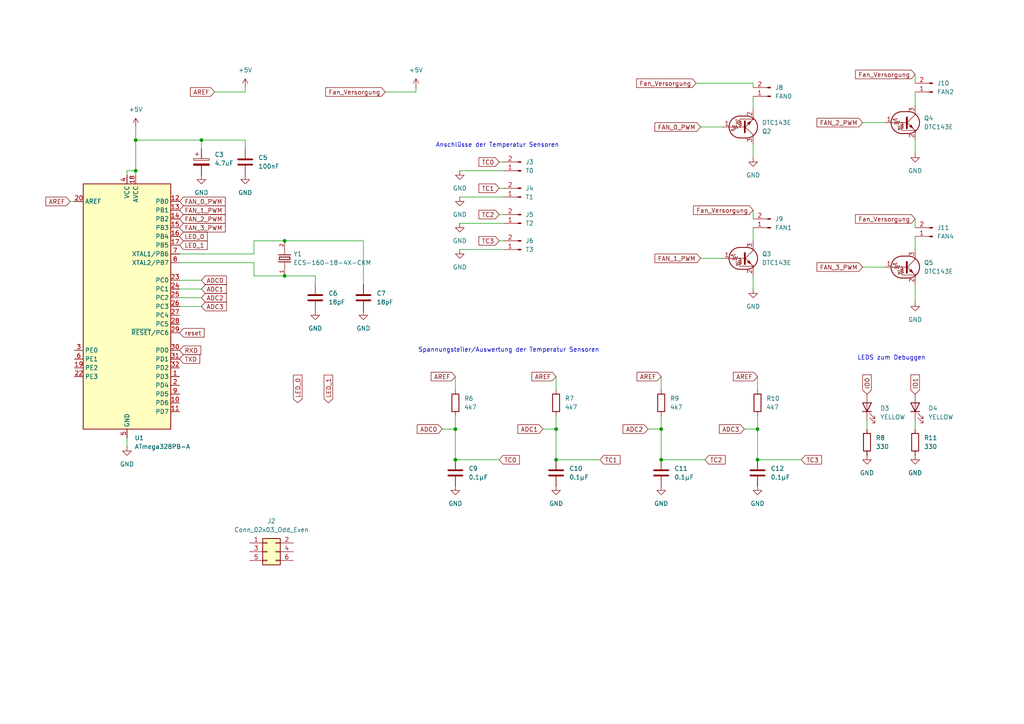
<source format=kicad_sch>
(kicad_sch (version 20231120) (generator "eeschema") (generator_version "8.0")
  (paper "A4")
  (lib_symbols
    (symbol "Connector:Conn_01x02_Male" (pin_names (offset 1.016) hide)
      (property "Reference" "J" (at 0 2.54 0))
      (property "Value" "Conn_01x02_Male" (at 0 -5.08 0))
      (symbol "Conn_01x02_Male_1_1"
        (polyline (pts (xy 1.27 -2.54) (xy 0.8636 -2.54)) (stroke (width 0.1524)))
        (polyline (pts (xy 1.27 0) (xy 0.8636 0)) (stroke (width 0.1524)))
        (rectangle (start 0.8636 -2.413) (end 0 -2.667) (stroke (width 0.1524)) (fill (type outline)))
        (rectangle (start 0.8636 0.127) (end 0 -0.127) (stroke (width 0.1524)) (fill (type outline)))
        (pin passive line (at 5.08 0 180) (length 3.81) (name "Pin_1") (number "1"))
        (pin passive line (at 5.08 -2.54 180) (length 3.81) (name "Pin_2") (number "2"))
      )
    )
    (symbol "Connector_Generic:Conn_02x03_Odd_Even" (pin_names (offset 1.016) hide)
      (property "Reference" "J" (at 1.27 5.08 0))
      (property "Value" "Conn_02x03_Odd_Even" (at 1.27 -5.08 0))
      (symbol "Conn_02x03_Odd_Even_1_1"
        (rectangle (start -1.27 -2.413) (end 0 -2.667) (stroke (width 0.1524)))
        (rectangle (start -1.27 0.127) (end 0 -0.127) (stroke (width 0.1524)))
        (rectangle (start -1.27 2.667) (end 0 2.413) (stroke (width 0.1524)))
        (rectangle (start -1.27 3.81) (end 3.81 -3.81) (stroke (width 0.254)) (fill (type background)))
        (rectangle (start 3.81 -2.413) (end 2.54 -2.667) (stroke (width 0.1524)))
        (rectangle (start 3.81 0.127) (end 2.54 -0.127) (stroke (width 0.1524)))
        (rectangle (start 3.81 2.667) (end 2.54 2.413) (stroke (width 0.1524)))
        (pin passive line (at -5.08 2.54 0) (length 3.81) (name "Pin_1") (number "1"))
        (pin passive line (at 7.62 2.54 180) (length 3.81) (name "Pin_2") (number "2"))
        (pin passive line (at -5.08 0 0) (length 3.81) (name "Pin_3") (number "3"))
        (pin passive line (at 7.62 0 180) (length 3.81) (name "Pin_4") (number "4"))
        (pin passive line (at -5.08 -2.54 0) (length 3.81) (name "Pin_5") (number "5"))
        (pin passive line (at 7.62 -2.54 180) (length 3.81) (name "Pin_6") (number "6"))
      )
    )
    (symbol "Device:C" (pin_numbers hide) (pin_names (offset 0.254))
      (property "Reference" "C" (at 0.635 2.54 0))
      (property "Value" "C" (at 0.635 -2.54 0))
      (symbol "C_0_1"
        (polyline (pts (xy -2.032 -0.762) (xy 2.032 -0.762)) (stroke (width 0.508)))
        (polyline (pts (xy -2.032 0.762) (xy 2.032 0.762)) (stroke (width 0.508)))
      )
      (symbol "C_1_1"
        (pin passive line (at 0 3.81 270) (length 2.794) (name "~") (number "1"))
        (pin passive line (at 0 -3.81 90) (length 2.794) (name "~") (number "2"))
      )
    )
    (symbol "Device:C_Polarized" (pin_numbers hide) (pin_names (offset 0.254))
      (property "Reference" "C" (at 0.635 2.54 0))
      (property "Value" "C_Polarized" (at 0.635 -2.54 0))
      (symbol "C_Polarized_0_1"
        (rectangle (start -2.286 0.508) (end 2.286 1.016))
        (polyline (pts (xy -1.778 2.286) (xy -0.762 2.286)))
        (polyline (pts (xy -1.27 2.794) (xy -1.27 1.778)))
        (rectangle (start 2.286 -0.508) (end -2.286 -1.016) (fill (type outline)))
      )
      (symbol "C_Polarized_1_1"
        (pin passive line (at 0 3.81 270) (length 2.794) (name "~") (number "1"))
        (pin passive line (at 0 -3.81 90) (length 2.794) (name "~") (number "2"))
      )
    )
    (symbol "Device:LED" (pin_numbers hide) (pin_names (offset 1.016) hide)
      (property "Reference" "D" (at 0 2.54 0))
      (property "Value" "LED" (at 0 -2.54 0))
      (symbol "LED_0_1"
        (polyline (pts (xy -1.27 -1.27) (xy -1.27 1.27)) (stroke (width 0.254)))
        (polyline (pts (xy -1.27 0) (xy 1.27 0)))
        (polyline (pts (xy 1.27 -1.27) (xy 1.27 1.27) (xy -1.27 0) (xy 1.27 -1.27)) (stroke (width 0.254)))
        (polyline (pts (xy -3.048 -0.762) (xy -4.572 -2.286) (xy -3.81 -2.286) (xy -4.572 -2.286) (xy -4.572 -1.524)))
        (polyline (pts (xy -1.778 -0.762) (xy -3.302 -2.286) (xy -2.54 -2.286) (xy -3.302 -2.286) (xy -3.302 -1.524)))
      )
      (symbol "LED_1_1"
        (pin passive line (at -3.81 0 0) (length 2.54) (name "K") (number "1"))
        (pin passive line (at 3.81 0 180) (length 2.54) (name "A") (number "2"))
      )
    )
    (symbol "Device:R" (pin_numbers hide) (pin_names (offset 0))
      (property "Reference" "R" (at 2.032 0 90))
      (property "Value" "R" (at 0 0 90))
      (symbol "R_0_1"
        (rectangle (start -1.016 -2.54) (end 1.016 2.54) (stroke (width 0.254)))
      )
      (symbol "R_1_1"
        (pin passive line (at 0 3.81 270) (length 1.27) (name "~") (number "1"))
        (pin passive line (at 0 -3.81 90) (length 1.27) (name "~") (number "2"))
      )
    )
    (symbol "MCU_Microchip_ATmega:ATmega328PB-A"
      (property "Reference" "U" (at -12.7 36.83 0))
      (property "Value" "ATmega328PB-A" (at 2.54 -36.83 0))
      (symbol "ATmega328PB-A_0_1"
        (rectangle (start -12.7 -35.56) (end 12.7 35.56) (stroke (width 0.254)) (fill (type background)))
      )
      (symbol "ATmega328PB-A_1_1"
        (pin bidirectional line (at 15.24 -20.32 180) (length 2.54) (name "PD3") (number "1"))
        (pin bidirectional line (at 15.24 -27.94 180) (length 2.54) (name "PD6") (number "10"))
        (pin bidirectional line (at 15.24 -30.48 180) (length 2.54) (name "PD7") (number "11"))
        (pin bidirectional line (at 15.24 30.48 180) (length 2.54) (name "PB0") (number "12"))
        (pin bidirectional line (at 15.24 27.94 180) (length 2.54) (name "PB1") (number "13"))
        (pin bidirectional line (at 15.24 25.4 180) (length 2.54) (name "PB2") (number "14"))
        (pin bidirectional line (at 15.24 22.86 180) (length 2.54) (name "PB3") (number "15"))
        (pin bidirectional line (at 15.24 20.32 180) (length 2.54) (name "PB4") (number "16"))
        (pin bidirectional line (at 15.24 17.78 180) (length 2.54) (name "PB5") (number "17"))
        (pin power_in line (at 2.54 38.1 270) (length 2.54) (name "AVCC") (number "18"))
        (pin bidirectional line (at -15.24 -17.78 0) (length 2.54) (name "PE2") (number "19"))
        (pin bidirectional line (at 15.24 -22.86 180) (length 2.54) (name "PD4") (number "2"))
        (pin passive line (at -15.24 30.48 0) (length 2.54) (name "AREF") (number "20"))
        (pin passive line (at 0 -38.1 90) (length 2.54) hide (name "GND") (number "21"))
        (pin bidirectional line (at -15.24 -20.32 0) (length 2.54) (name "PE3") (number "22"))
        (pin bidirectional line (at 15.24 7.62 180) (length 2.54) (name "PC0") (number "23"))
        (pin bidirectional line (at 15.24 5.08 180) (length 2.54) (name "PC1") (number "24"))
        (pin bidirectional line (at 15.24 2.54 180) (length 2.54) (name "PC2") (number "25"))
        (pin bidirectional line (at 15.24 0 180) (length 2.54) (name "PC3") (number "26"))
        (pin bidirectional line (at 15.24 -2.54 180) (length 2.54) (name "PC4") (number "27"))
        (pin bidirectional line (at 15.24 -5.08 180) (length 2.54) (name "PC5") (number "28"))
        (pin bidirectional line (at 15.24 -7.62 180) (length 2.54) (name "~{RESET}/PC6") (number "29"))
        (pin bidirectional line (at -15.24 -12.7 0) (length 2.54) (name "PE0") (number "3"))
        (pin bidirectional line (at 15.24 -12.7 180) (length 2.54) (name "PD0") (number "30"))
        (pin bidirectional line (at 15.24 -15.24 180) (length 2.54) (name "PD1") (number "31"))
        (pin bidirectional line (at 15.24 -17.78 180) (length 2.54) (name "PD2") (number "32"))
        (pin power_in line (at 0 38.1 270) (length 2.54) (name "VCC") (number "4"))
        (pin power_in line (at 0 -38.1 90) (length 2.54) (name "GND") (number "5"))
        (pin bidirectional line (at -15.24 -15.24 0) (length 2.54) (name "PE1") (number "6"))
        (pin bidirectional line (at 15.24 15.24 180) (length 2.54) (name "XTAL1/PB6") (number "7"))
        (pin bidirectional line (at 15.24 12.7 180) (length 2.54) (name "XTAL2/PB7") (number "8"))
        (pin bidirectional line (at 15.24 -25.4 180) (length 2.54) (name "PD5") (number "9"))
      )
    )
    (symbol "New_Library:ECS-160-18-4X-CKM" (pin_names (offset 1.016))
      (property "Reference" "Y" (at -4.5769 2.2885 0))
      (property "Value" "ECS-160-18-4X-CKM" (at -9.906 -4.826 0))
      (symbol "ECS-160-18-4X-CKM_0_0"
        (polyline (pts (xy -2.54 0) (xy -1.016 0)) (stroke (width 0.1524)))
        (polyline (pts (xy -1.016 1.778) (xy -1.016 -1.778)) (stroke (width 0.254)))
        (polyline (pts (xy -0.381 -1.524) (xy 0.381 -1.524)) (stroke (width 0.254)))
        (polyline (pts (xy -0.381 1.524) (xy -0.381 -1.524)) (stroke (width 0.254)))
        (polyline (pts (xy 0.381 -1.524) (xy 0.381 1.524)) (stroke (width 0.254)))
        (polyline (pts (xy 0.381 1.524) (xy -0.381 1.524)) (stroke (width 0.254)))
        (polyline (pts (xy 1.016 0) (xy 2.54 0)) (stroke (width 0.1524)))
        (polyline (pts (xy 1.016 1.778) (xy 1.016 -1.778)) (stroke (width 0.254)))
        (pin passive line (at -5.08 0 0) (length 2.54) (name "~") (number "1"))
        (pin passive line (at 5.08 0 180) (length 2.54) (name "~") (number "2"))
      )
    )
    (symbol "Transistor_BJT:DTC143E" (pin_names (offset 0) hide)
      (property "Reference" "Q" (at 5.08 1.905 0))
      (property "Value" "DTC143E" (at 5.08 0 0))
      (symbol "DTC143E_0_0"
        (text "4k7" (at -3.302 0.889 0) (effects (font (size 0.508 0.508))))
        (text "4k7" (at -2.159 -1.524 900) (effects (font (size 0.508 0.508))))
      )
      (symbol "DTC143E_0_1"
        (circle (center -1.27 0) (radius 0.127))
        (arc (start -1.27 3.175) (mid -4.4312 0) (end -1.27 -3.175) (stroke (width 0.254)))
        (polyline (pts (xy -3.429 0) (xy -3.81 0)))
        (polyline (pts (xy -1.27 -3.175) (xy 0.635 -3.175)) (stroke (width 0.254)))
        (polyline (pts (xy -1.27 3.175) (xy 0.635 3.175)) (stroke (width 0.254)))
        (polyline (pts (xy 0 -0.254) (xy 2.54 2.286)))
        (polyline (pts (xy 0.127 1.524) (xy 0.127 -1.651)) (stroke (width 0.508)) (fill (type outline)))
        (polyline (pts (xy 2.54 2.286) (xy 2.54 2.54)))
        (polyline (pts (xy 2.54 -2.286) (xy 0 0.254) (xy 0 0.254)))
        (polyline (pts (xy 0.889 -1.143) (xy 1.397 -0.635) (xy 1.905 -1.651) (xy 0.889 -1.143)) (fill (type outline)))
        (polyline (pts (xy 0 0) (xy -1.905 0) (xy -2.032 0.508) (xy -2.286 -0.508) (xy -2.54 0.508) (xy -2.794 -0.508) (xy -3.048 0.508) (xy -3.302 -0.508) (xy -3.429 0)))
        (polyline (pts (xy -1.27 0) (xy -1.27 -0.381) (xy -0.762 -0.508) (xy -1.778 -0.762) (xy -0.762 -1.016) (xy -1.778 -1.27) (xy -0.762 -1.524) (xy -1.778 -1.778) (xy -1.27 -1.905) (xy -1.27 -2.286) (xy 2.54 -2.286)))
        (arc (start 0.635 -3.175) (mid 3.7962 0) (end 0.635 3.175) (stroke (width 0.254)))
        (circle (center 2.54 -2.286) (radius 0.127))
      )
      (symbol "DTC143E_1_1"
        (pin input line (at -6.35 0 0) (length 2.54) (name "B") (number "1"))
        (pin passive line (at 2.54 -5.08 90) (length 2.54) (name "E") (number "2"))
        (pin passive line (at 2.54 5.08 270) (length 2.54) (name "C") (number "3"))
      )
    )
    (symbol "power:+5V" (power) (pin_numbers hide) (pin_names (offset 0) hide)
      (property "Value" "+5V" (at 0 3.556 0))
      (symbol "+5V_0_1"
        (polyline (pts (xy -0.762 1.27) (xy 0 2.54)))
        (polyline (pts (xy 0 0) (xy 0 2.54)))
        (polyline (pts (xy 0 2.54) (xy 0.762 1.27)))
      )
      (symbol "+5V_1_1"
        (pin power_in line (at 0 0 90) (length 0) (name "~") (number "1"))
      )
    )
    (symbol "power:GND" (power) (pin_numbers hide) (pin_names (offset 0) hide)
      (property "Value" "GND" (at 0 -3.81 0))
      (symbol "GND_0_1"
        (polyline (pts (xy 0 0) (xy 0 -1.27) (xy 1.27 -1.27) (xy 0 -2.54) (xy -1.27 -1.27) (xy 0 -1.27)))
      )
      (symbol "GND_1_1"
        (pin power_in line (at 0 0 270) (length 0) (name "~") (number "1"))
      )
    )
  )
  (junction (at 161.29 133.35))
  (junction (at 132.08 133.35))
  (junction (at 191.77 133.35))
  (junction (at 82.55 69.85))
  (junction (at 161.29 124.46))
  (junction (at 39.37 49.53))
  (junction (at 132.08 124.46))
  (junction (at 58.42 40.64))
  (junction (at 39.37 40.64))
  (junction (at 191.77 124.46))
  (junction (at 82.55 80.01))
  (junction (at 219.71 124.46))
  (junction (at 219.71 133.35))
  (wire (pts (xy 218.44 41.91) (xy 218.44 45.72)))
  (wire (pts (xy 132.08 133.35) (xy 132.08 124.46)))
  (wire (pts (xy 265.43 40.64) (xy 265.43 44.45)))
  (wire (pts (xy 52.07 83.82) (xy 58.42 83.82)))
  (wire (pts (xy 58.42 40.64) (xy 58.42 43.18)))
  (wire (pts (xy 161.29 124.46) (xy 157.48 124.46)))
  (wire (pts (xy 36.83 49.53) (xy 36.83 50.8)))
  (wire (pts (xy 120.65 26.67) (xy 120.65 25.4)))
  (wire (pts (xy 265.43 63.5) (xy 265.43 66.04)))
  (wire (pts (xy 71.12 26.67) (xy 71.12 25.4)))
  (wire (pts (xy 62.23 26.67) (xy 71.12 26.67)))
  (wire (pts (xy 219.71 109.22) (xy 219.71 113.03)))
  (wire (pts (xy 265.43 21.59) (xy 265.43 24.13)))
  (wire (pts (xy 111.76 26.67) (xy 120.65 26.67)))
  (wire (pts (xy 251.46 121.92) (xy 251.46 124.46)))
  (wire (pts (xy 161.29 133.35) (xy 173.99 133.35)))
  (wire (pts (xy 144.78 46.99) (xy 146.05 46.99)))
  (wire (pts (xy 219.71 124.46) (xy 215.9 124.46)))
  (wire (pts (xy 218.44 27.94) (xy 218.44 31.75)))
  (wire (pts (xy 144.78 54.61) (xy 146.05 54.61)))
  (wire (pts (xy 218.44 66.04) (xy 218.44 69.85)))
  (wire (pts (xy 20.32 58.42) (xy 21.59 58.42)))
  (wire (pts (xy 191.77 109.22) (xy 191.77 113.03)))
  (wire (pts (xy 265.43 68.58) (xy 265.43 72.39)))
  (wire (pts (xy 219.71 133.35) (xy 232.41 133.35)))
  (wire (pts (xy 191.77 124.46) (xy 191.77 120.65)))
  (wire (pts (xy 265.43 82.55) (xy 265.43 87.63)))
  (wire (pts (xy 52.07 76.2) (xy 73.66 76.2)))
  (wire (pts (xy 144.78 62.23) (xy 146.05 62.23)))
  (wire (pts (xy 52.07 73.66) (xy 73.66 73.66)))
  (wire (pts (xy 91.44 82.55) (xy 91.44 80.01)))
  (wire (pts (xy 133.35 72.39) (xy 146.05 72.39)))
  (wire (pts (xy 219.71 133.35) (xy 219.71 124.46)))
  (wire (pts (xy 105.41 82.55) (xy 105.41 69.85)))
  (wire (pts (xy 71.12 43.18) (xy 71.12 40.64)))
  (wire (pts (xy 218.44 80.01) (xy 218.44 83.82)))
  (wire (pts (xy 218.44 24.13) (xy 218.44 25.4)))
  (wire (pts (xy 105.41 69.85) (xy 82.55 69.85)))
  (wire (pts (xy 250.19 77.47) (xy 256.54 77.47)))
  (wire (pts (xy 91.44 80.01) (xy 82.55 80.01)))
  (wire (pts (xy 265.43 121.92) (xy 265.43 124.46)))
  (wire (pts (xy 39.37 50.8) (xy 39.37 49.53)))
  (wire (pts (xy 36.83 127) (xy 36.83 129.54)))
  (wire (pts (xy 265.43 26.67) (xy 265.43 30.48)))
  (wire (pts (xy 250.19 35.56) (xy 256.54 35.56)))
  (wire (pts (xy 161.29 133.35) (xy 161.29 124.46)))
  (wire (pts (xy 191.77 133.35) (xy 191.77 124.46)))
  (wire (pts (xy 133.35 49.53) (xy 146.05 49.53)))
  (wire (pts (xy 73.66 76.2) (xy 73.66 80.01)))
  (wire (pts (xy 39.37 40.64) (xy 58.42 40.64)))
  (wire (pts (xy 71.12 40.64) (xy 58.42 40.64)))
  (wire (pts (xy 73.66 69.85) (xy 82.55 69.85)))
  (wire (pts (xy 144.78 69.85) (xy 146.05 69.85)))
  (wire (pts (xy 161.29 109.22) (xy 161.29 113.03)))
  (wire (pts (xy 191.77 133.35) (xy 204.47 133.35)))
  (wire (pts (xy 218.44 60.96) (xy 218.44 63.5)))
  (wire (pts (xy 73.66 80.01) (xy 82.55 80.01)))
  (wire (pts (xy 52.07 88.9) (xy 58.42 88.9)))
  (wire (pts (xy 39.37 49.53) (xy 36.83 49.53)))
  (wire (pts (xy 52.07 81.28) (xy 58.42 81.28)))
  (wire (pts (xy 52.07 86.36) (xy 58.42 86.36)))
  (wire (pts (xy 133.35 57.15) (xy 146.05 57.15)))
  (wire (pts (xy 133.35 64.77) (xy 146.05 64.77)))
  (wire (pts (xy 203.2 36.83) (xy 209.55 36.83)))
  (wire (pts (xy 161.29 120.65) (xy 161.29 124.46)))
  (wire (pts (xy 132.08 120.65) (xy 132.08 124.46)))
  (wire (pts (xy 39.37 49.53) (xy 39.37 40.64)))
  (wire (pts (xy 73.66 73.66) (xy 73.66 69.85)))
  (wire (pts (xy 219.71 120.65) (xy 219.71 124.46)))
  (wire (pts (xy 203.2 74.93) (xy 209.55 74.93)))
  (wire (pts (xy 39.37 36.83) (xy 39.37 40.64)))
  (wire (pts (xy 201.93 24.13) (xy 218.44 24.13)))
  (wire (pts (xy 132.08 124.46) (xy 128.27 124.46)))
  (wire (pts (xy 191.77 124.46) (xy 187.96 124.46)))
  (wire (pts (xy 132.08 109.22) (xy 132.08 113.03)))
  (wire (pts (xy 132.08 133.35) (xy 144.78 133.35)))
  (text "Spannungsteiler/Auswertung der Temperatur Sensoren\n" (at 147.574 101.6 0) (effects (font (size 1.27 1.27))))
  (text "LEDS zum Debuggen" (at 258.572 103.886 0) (effects (font (size 1.27 1.27))))
  (text "Anschlüsse der Temperatur Sensoren\n" (at 144.272 42.164 0) (effects (font (size 1.27 1.27))))
  (global_label "reset" (shape input) (at 52.07 96.52 0) (property "Intersheetrefs" "${INTERSHEET_REFS}" (effects (hide yes))))
  (global_label "TC0" (shape input) (at 144.78 46.99 180) (property "Intersheetrefs" "${INTERSHEET_REFS}" (effects (hide yes))))
  (global_label "FAN_3_PWM" (shape input) (at 250.19 77.47 180) (property "Intersheetrefs" "${INTERSHEET_REFS}" (effects (hide yes))))
  (global_label "FAN_1_PWM" (shape input) (at 52.07 60.96 0) (property "Intersheetrefs" "${INTERSHEET_REFS}" (effects (hide yes))))
  (global_label "ADC0" (shape input) (at 128.27 124.46 180) (property "Intersheetrefs" "${INTERSHEET_REFS}" (effects (hide yes))))
  (global_label "Fan_Versorgung" (shape input) (at 111.76 26.67 180) (property "Intersheetrefs" "${INTERSHEET_REFS}" (effects (hide yes))))
  (global_label "AREF" (shape input) (at 219.71 109.22 180) (property "Intersheetrefs" "${INTERSHEET_REFS}" (effects (hide yes))))
  (global_label "ADC1" (shape input) (at 58.42 83.82 0) (property "Intersheetrefs" "${INTERSHEET_REFS}" (effects (hide yes))))
  (global_label "Fan_Versorgung" (shape input) (at 265.43 63.5 180) (property "Intersheetrefs" "${INTERSHEET_REFS}" (effects (hide yes))))
  (global_label "TC3" (shape input) (at 232.41 133.35 0) (property "Intersheetrefs" "${INTERSHEET_REFS}" (effects (hide yes))))
  (global_label "IO0" (shape input) (at 251.46 114.3 90) (property "Intersheetrefs" "${INTERSHEET_REFS}" (effects (hide yes))))
  (global_label "Fan_Versorgung" (shape input) (at 265.43 21.59 180) (property "Intersheetrefs" "${INTERSHEET_REFS}" (effects (hide yes))))
  (global_label "TC2" (shape input) (at 204.47 133.35 0) (property "Intersheetrefs" "${INTERSHEET_REFS}" (effects (hide yes))))
  (global_label "ADC3" (shape input) (at 58.42 88.9 0) (property "Intersheetrefs" "${INTERSHEET_REFS}" (effects (hide yes))))
  (global_label "ADC2" (shape input) (at 58.42 86.36 0) (property "Intersheetrefs" "${INTERSHEET_REFS}" (effects (hide yes))))
  (global_label "FAN_2_PWM" (shape input) (at 52.07 63.5 0) (property "Intersheetrefs" "${INTERSHEET_REFS}" (effects (hide yes))))
  (global_label "TC1" (shape input) (at 144.78 54.61 180) (property "Intersheetrefs" "${INTERSHEET_REFS}" (effects (hide yes))))
  (global_label "TC3" (shape input) (at 144.78 69.85 180) (property "Intersheetrefs" "${INTERSHEET_REFS}" (effects (hide yes))))
  (global_label "RXD" (shape input) (at 52.07 101.6 0) (property "Intersheetrefs" "${INTERSHEET_REFS}" (effects (hide yes))))
  (global_label "LED_0" (shape input) (at 52.07 68.58 0) (property "Intersheetrefs" "${INTERSHEET_REFS}" (effects (hide yes))))
  (global_label "AREF" (shape input) (at 20.32 58.42 180) (property "Intersheetrefs" "${INTERSHEET_REFS}" (effects (hide yes))))
  (global_label "FAN_3_PWM" (shape input) (at 52.07 66.04 0) (property "Intersheetrefs" "${INTERSHEET_REFS}" (effects (hide yes))))
  (global_label "TC2" (shape input) (at 144.78 62.23 180) (property "Intersheetrefs" "${INTERSHEET_REFS}" (effects (hide yes))))
  (global_label "AREF" (shape input) (at 191.77 109.22 180) (property "Intersheetrefs" "${INTERSHEET_REFS}" (effects (hide yes))))
  (global_label "ADC0" (shape input) (at 58.42 81.28 0) (property "Intersheetrefs" "${INTERSHEET_REFS}" (effects (hide yes))))
  (global_label "Fan_Versorgung" (shape input) (at 201.93 24.13 180) (property "Intersheetrefs" "${INTERSHEET_REFS}" (effects (hide yes))))
  (global_label "Fan_Versorgung" (shape input) (at 218.44 60.96 180) (property "Intersheetrefs" "${INTERSHEET_REFS}" (effects (hide yes))))
  (global_label "LED_0" (shape input) (at 86.36 116.84 90) (property "Intersheetrefs" "${INTERSHEET_REFS}" (effects (hide yes))))
  (global_label "ADC2" (shape input) (at 187.96 124.46 180) (property "Intersheetrefs" "${INTERSHEET_REFS}" (effects (hide yes))))
  (global_label "TXD" (shape input) (at 52.07 104.14 0) (property "Intersheetrefs" "${INTERSHEET_REFS}" (effects (hide yes))))
  (global_label "AREF" (shape input) (at 132.08 109.22 180) (property "Intersheetrefs" "${INTERSHEET_REFS}" (effects (hide yes))))
  (global_label "IO1" (shape input) (at 265.43 114.3 90) (property "Intersheetrefs" "${INTERSHEET_REFS}" (effects (hide yes))))
  (global_label "AREF" (shape input) (at 62.23 26.67 180) (property "Intersheetrefs" "${INTERSHEET_REFS}" (effects (hide yes))))
  (global_label "FAN_0_PWM" (shape input) (at 52.07 58.42 0) (property "Intersheetrefs" "${INTERSHEET_REFS}" (effects (hide yes))))
  (global_label "TC1" (shape input) (at 173.99 133.35 0) (property "Intersheetrefs" "${INTERSHEET_REFS}" (effects (hide yes))))
  (global_label "LED_1" (shape input) (at 52.07 71.12 0) (property "Intersheetrefs" "${INTERSHEET_REFS}" (effects (hide yes))))
  (global_label "FAN_0_PWM" (shape input) (at 203.2 36.83 180) (property "Intersheetrefs" "${INTERSHEET_REFS}" (effects (hide yes))))
  (global_label "FAN_2_PWM" (shape input) (at 250.19 35.56 180) (property "Intersheetrefs" "${INTERSHEET_REFS}" (effects (hide yes))))
  (global_label "ADC3" (shape input) (at 215.9 124.46 180) (property "Intersheetrefs" "${INTERSHEET_REFS}" (effects (hide yes))))
  (global_label "FAN_1_PWM" (shape input) (at 203.2 74.93 180) (property "Intersheetrefs" "${INTERSHEET_REFS}" (effects (hide yes))))
  (global_label "TC0" (shape input) (at 144.78 133.35 0) (property "Intersheetrefs" "${INTERSHEET_REFS}" (effects (hide yes))))
  (global_label "ADC1" (shape input) (at 157.48 124.46 180) (property "Intersheetrefs" "${INTERSHEET_REFS}" (effects (hide yes))))
  (global_label "AREF" (shape input) (at 161.29 109.22 180) (property "Intersheetrefs" "${INTERSHEET_REFS}" (effects (hide yes))))
  (global_label "LED_1" (shape input) (at 95.25 116.84 90) (property "Intersheetrefs" "${INTERSHEET_REFS}" (effects (hide yes))))
  (symbol (lib_id "power:GND") (at 133.35 64.77 0) (unit 1)
    (property "Reference" "#PWR034" (effects (hide yes)))
    (property "Value" "GND" (at 133.35 69.85 0))
    (property "Description" "Power symbol creates a global label with name \"GND\" , ground" (effects (hide yes)))
  )
  (symbol (lib_id "Device:LED") (at 251.46 118.11 90) (unit 1)
    (property "Reference" "D3" (at 255.27 118.4274 90) (effects (justify right)))
    (property "Value" "YELLOW" (at 255.27 120.9674 90) (effects (justify right)))
    (property "Footprint" "LED_SMD:LED_0805_2012Metric" (effects (hide yes)))
    (property "Description" "Light emitting diode" (effects (hide yes)))
  )
  (symbol (lib_id "power:GND") (at 219.71 140.97 0) (unit 1)
    (property "Reference" "#PWR036" (effects (hide yes)))
    (property "Value" "GND" (at 219.71 146.05 0))
    (property "Description" "Power symbol creates a global label with name \"GND\" , ground" (effects (hide yes)))
  )
  (symbol (lib_id "Connector:Conn_01x02_Male") (at 151.13 72.39 180) (unit 1)
    (property "Reference" "J6" (at 152.4 69.8499 0) (effects (justify right)))
    (property "Value" "T3" (at 152.4 72.3899 0) (effects (justify right)))
    (property "Footprint" "Connector_PinHeader_2.54mm:PinHeader_1x02_P2.54mm_Horizontal" (effects (hide yes)))
    (property "Description" "Generic connector, single row, 01x02, script generated (kicad-library-utils/schlib/autogen/connector/)" (effects (hide yes)))
  )
  (symbol (lib_id "power:GND") (at 265.43 87.63 0) (unit 1)
    (property "Reference" "#PWR040" (effects (hide yes)))
    (property "Value" "GND" (at 265.43 92.71 0))
    (property "Description" "Power symbol creates a global label with name \"GND\" , ground" (effects (hide yes)))
  )
  (symbol (lib_id "Transistor_BJT:DTC143E") (at 262.89 77.47 0) (unit 1)
    (property "Reference" "Q5" (at 267.97 76.1999 0) (effects (justify left)))
    (property "Value" "DTC143E" (at 267.97 78.7399 0) (effects (justify left)))
    (property "Footprint" "Package_TO_SOT_SMD:SOT-723" (effects (hide yes)))
    (property "Description" "Digital NPN Transistor, 4k7/4k7, SOT-23" (effects (hide yes)))
  )
  (symbol (lib_id "power:GND") (at 218.44 83.82 0) (unit 1)
    (property "Reference" "#PWR028" (effects (hide yes)))
    (property "Value" "GND" (at 218.44 88.9 0))
    (property "Description" "Power symbol creates a global label with name \"GND\" , ground" (effects (hide yes)))
  )
  (symbol (lib_id "power:+5V") (at 71.12 25.4 0) (unit 1)
    (property "Reference" "#PWR024" (effects (hide yes)))
    (property "Value" "+5V" (at 71.12 20.32 0))
    (property "Description" "Power symbol creates a global label with name \"+5V\"" (effects (hide yes)))
  )
  (symbol (lib_id "power:GND") (at 105.41 90.17 0) (unit 1)
    (property "Reference" "#PWR023" (effects (hide yes)))
    (property "Value" "GND" (at 105.41 95.25 0))
    (property "Description" "Power symbol creates a global label with name \"GND\" , ground" (effects (hide yes)))
  )
  (symbol (lib_id "power:GND") (at 91.44 90.17 0) (unit 1)
    (property "Reference" "#PWR022" (effects (hide yes)))
    (property "Value" "GND" (at 91.44 95.25 0))
    (property "Description" "Power symbol creates a global label with name \"GND\" , ground" (effects (hide yes)))
  )
  (symbol (lib_id "Device:C") (at 91.44 86.36 0) (unit 1)
    (property "Reference" "C6" (at 95.25 85.0899 0) (effects (justify left)))
    (property "Value" "18pF" (at 95.25 87.6299 0) (effects (justify left)))
    (property "Description" "Unpolarized capacitor" (effects (hide yes)))
  )
  (symbol (lib_id "Connector:Conn_01x02_Male") (at 151.13 57.15 180) (unit 1)
    (property "Reference" "J4" (at 152.4 54.6099 0) (effects (justify right)))
    (property "Value" "T1" (at 152.4 57.1499 0) (effects (justify right)))
    (property "Footprint" "Connector_PinHeader_2.54mm:PinHeader_1x02_P2.54mm_Horizontal" (effects (hide yes)))
    (property "Description" "Generic connector, single row, 01x02, script generated (kicad-library-utils/schlib/autogen/connector/)" (effects (hide yes)))
  )
  (symbol (lib_id "power:GND") (at 36.83 129.54 0) (unit 1)
    (property "Reference" "#PWR012" (effects (hide yes)))
    (property "Value" "GND" (at 36.83 134.62 0))
    (property "Description" "Power symbol creates a global label with name \"GND\" , ground" (effects (hide yes)))
  )
  (symbol (lib_id "Device:R") (at 161.29 116.84 0) (unit 1)
    (property "Reference" "R7" (at 163.83 115.5699 0) (effects (justify left)))
    (property "Value" "4k7" (at 163.83 118.1099 0) (effects (justify left)))
    (property "Footprint" "Resistor_SMD:R_0402_1005Metric" (effects (hide yes)))
    (property "Description" "Resistor" (effects (hide yes)))
  )
  (symbol (lib_id "Connector:Conn_01x02_Male") (at 223.52 27.94 180) (unit 1)
    (property "Reference" "J8" (at 224.79 25.3999 0) (effects (justify right)))
    (property "Value" "FAN0" (at 224.79 27.9399 0) (effects (justify right)))
    (property "Footprint" "Connector_PinHeader_2.54mm:PinHeader_1x02_P2.54mm_Horizontal" (effects (hide yes)))
    (property "Description" "Generic connector, single row, 01x02, script generated (kicad-library-utils/schlib/autogen/connector/)" (effects (hide yes)))
  )
  (symbol (lib_id "Device:LED") (at 265.43 118.11 90) (unit 1)
    (property "Reference" "D4" (at 269.24 118.4274 90) (effects (justify right)))
    (property "Value" "YELLOW" (at 269.24 120.9674 90) (effects (justify right)))
    (property "Footprint" "LED_SMD:LED_0805_2012Metric" (effects (hide yes)))
    (property "Description" "Light emitting diode" (effects (hide yes)))
  )
  (symbol (lib_id "Device:C") (at 161.29 137.16 0) (unit 1)
    (property "Reference" "C10" (at 165.1 135.8899 0) (effects (justify left)))
    (property "Value" "0.1µF" (at 165.1 138.4299 0) (effects (justify left)))
    (property "Footprint" "Capacitor_SMD:C_0402_1005Metric" (effects (hide yes)))
    (property "Description" "Unpolarized capacitor" (effects (hide yes)))
  )
  (symbol (lib_id "Device:R") (at 191.77 116.84 0) (unit 1)
    (property "Reference" "R9" (at 194.31 115.5699 0) (effects (justify left)))
    (property "Value" "4k7" (at 194.31 118.1099 0) (effects (justify left)))
    (property "Footprint" "Resistor_SMD:R_0402_1005Metric" (effects (hide yes)))
    (property "Description" "Resistor" (effects (hide yes)))
  )
  (symbol (lib_id "power:+5V") (at 120.65 25.4 0) (unit 1)
    (property "Reference" "#PWR026" (effects (hide yes)))
    (property "Value" "+5V" (at 120.65 20.32 0))
    (property "Description" "Power symbol creates a global label with name \"+5V\"" (effects (hide yes)))
  )
  (symbol (lib_id "power:+5V") (at 39.37 36.83 0) (unit 1)
    (property "Reference" "#PWR021" (effects (hide yes)))
    (property "Value" "+5V" (at 39.37 31.75 0))
    (property "Description" "Power symbol creates a global label with name \"+5V\"" (effects (hide yes)))
  )
  (symbol (lib_id "New_Library:ECS-160-18-4X-CKM") (at 82.55 74.93 90) (unit 1)
    (property "Reference" "Y1" (at 85.09 73.6599 90) (effects (justify right)))
    (property "Value" "ECS-160-18-4X-CKM" (at 85.09 76.1999 90) (effects (justify right)))
    (property "Footprint" "ECS-160-18-4X-CKM:XTAL_ECS-160-18-4X-CKM" (effects (hide yes)))
  )
  (symbol (lib_id "Connector:Conn_01x02_Male") (at 270.51 68.58 180) (unit 1)
    (property "Reference" "J11" (at 271.78 66.0399 0) (effects (justify right)))
    (property "Value" "FAN4" (at 271.78 68.5799 0) (effects (justify right)))
    (property "Footprint" "Connector_PinHeader_2.54mm:PinHeader_1x02_P2.54mm_Horizontal" (effects (hide yes)))
    (property "Description" "Generic connector, single row, 01x02, script generated (kicad-library-utils/schlib/autogen/connector/)" (effects (hide yes)))
  )
  (symbol (lib_id "power:GND") (at 265.43 132.08 0) (unit 1)
    (property "Reference" "#PWR038" (effects (hide yes)))
    (property "Value" "GND" (at 265.43 137.16 0))
    (property "Description" "Power symbol creates a global label with name \"GND\" , ground" (effects (hide yes)))
  )
  (symbol (lib_id "Connector:Conn_01x02_Male") (at 151.13 64.77 180) (unit 1)
    (property "Reference" "J5" (at 152.4 62.2299 0) (effects (justify right)))
    (property "Value" "T2" (at 152.4 64.7699 0) (effects (justify right)))
    (property "Footprint" "Connector_PinHeader_2.54mm:PinHeader_1x02_P2.54mm_Horizontal" (effects (hide yes)))
    (property "Description" "Generic connector, single row, 01x02, script generated (kicad-library-utils/schlib/autogen/connector/)" (effects (hide yes)))
  )
  (symbol (lib_id "Device:R") (at 219.71 116.84 0) (unit 1)
    (property "Reference" "R10" (at 222.25 115.5699 0) (effects (justify left)))
    (property "Value" "4k7" (at 222.25 118.1099 0) (effects (justify left)))
    (property "Footprint" "Resistor_SMD:R_0402_1005Metric" (effects (hide yes)))
    (property "Description" "Resistor" (effects (hide yes)))
  )
  (symbol (lib_id "Device:R") (at 251.46 128.27 0) (unit 1)
    (property "Reference" "R8" (at 254 126.9999 0) (effects (justify left)))
    (property "Value" "330" (at 254 129.5399 0) (effects (justify left)))
    (property "Footprint" "Resistor_SMD:R_0402_1005Metric" (effects (hide yes)))
    (property "Description" "Resistor" (effects (hide yes)))
  )
  (symbol (lib_id "power:GND") (at 132.08 140.97 0) (unit 1)
    (property "Reference" "#PWR025" (effects (hide yes)))
    (property "Value" "GND" (at 132.08 146.05 0))
    (property "Description" "Power symbol creates a global label with name \"GND\" , ground" (effects (hide yes)))
  )
  (symbol (lib_id "power:GND") (at 133.35 49.53 0) (unit 1)
    (property "Reference" "#PWR032" (effects (hide yes)))
    (property "Value" "GND" (at 133.35 54.61 0))
    (property "Description" "Power symbol creates a global label with name \"GND\" , ground" (effects (hide yes)))
  )
  (symbol (lib_id "MCU_Microchip_ATmega:ATmega328PB-A") (at 36.83 88.9 0) (unit 1)
    (property "Reference" "U1" (at 39.0241 127 0) (effects (justify left)))
    (property "Value" "ATmega328PB-A" (at 39.0241 129.54 0) (effects (justify left)))
    (property "Footprint" "Package_QFP:TQFP-32_7x7mm_P0.8mm" (effects (hide yes)))
    (property "Datasheet" "http://ww1.microchip.com/downloads/en/DeviceDoc/40001906C.pdf" (effects (hide yes)))
    (property "Description" "20MHz, 32kB Flash, 2kB SRAM, 1kB EEPROM, TQFP-32" (effects (hide yes)))
  )
  (symbol (lib_id "Device:C") (at 132.08 137.16 0) (unit 1)
    (property "Reference" "C9" (at 135.89 135.8899 0) (effects (justify left)))
    (property "Value" "0.1µF" (at 135.89 138.4299 0) (effects (justify left)))
    (property "Footprint" "Capacitor_SMD:C_0402_1005Metric" (effects (hide yes)))
    (property "Description" "Unpolarized capacitor" (effects (hide yes)))
  )
  (symbol (lib_id "Device:C") (at 191.77 137.16 0) (unit 1)
    (property "Reference" "C11" (at 195.58 135.8899 0) (effects (justify left)))
    (property "Value" "0.1µF" (at 195.58 138.4299 0) (effects (justify left)))
    (property "Footprint" "Capacitor_SMD:C_0402_1005Metric" (effects (hide yes)))
    (property "Description" "Unpolarized capacitor" (effects (hide yes)))
  )
  (symbol (lib_id "Connector:Conn_01x02_Male") (at 151.13 49.53 180) (unit 1)
    (property "Reference" "J3" (at 152.4 46.9899 0) (effects (justify right)))
    (property "Value" "T0" (at 152.4 49.5299 0) (effects (justify right)))
    (property "Footprint" "Connector_PinHeader_2.54mm:PinHeader_1x02_P2.54mm_Horizontal" (effects (hide yes)))
    (property "Description" "Generic connector, single row, 01x02, script generated (kicad-library-utils/schlib/autogen/connector/)" (effects (hide yes)))
  )
  (symbol (lib_id "Device:C") (at 219.71 137.16 0) (unit 1)
    (property "Reference" "C12" (at 223.52 135.8899 0) (effects (justify left)))
    (property "Value" "0.1µF" (at 223.52 138.4299 0) (effects (justify left)))
    (property "Footprint" "Capacitor_SMD:C_0402_1005Metric" (effects (hide yes)))
    (property "Description" "Unpolarized capacitor" (effects (hide yes)))
  )
  (symbol (lib_id "power:GND") (at 161.29 140.97 0) (unit 1)
    (property "Reference" "#PWR029" (effects (hide yes)))
    (property "Value" "GND" (at 161.29 146.05 0))
    (property "Description" "Power symbol creates a global label with name \"GND\" , ground" (effects (hide yes)))
  )
  (symbol (lib_id "power:GND") (at 218.44 45.72 0) (unit 1)
    (property "Reference" "#PWR027" (effects (hide yes)))
    (property "Value" "GND" (at 218.44 50.8 0))
    (property "Description" "Power symbol creates a global label with name \"GND\" , ground" (effects (hide yes)))
  )
  (symbol (lib_id "Transistor_BJT:DTC143E") (at 262.89 35.56 0) (unit 1)
    (property "Reference" "Q4" (at 267.97 34.2899 0) (effects (justify left)))
    (property "Value" "DTC143E" (at 267.97 36.8299 0) (effects (justify left)))
    (property "Footprint" "Package_TO_SOT_SMD:SOT-723" (effects (hide yes)))
    (property "Description" "Digital NPN Transistor, 4k7/4k7, SOT-23" (effects (hide yes)))
  )
  (symbol (lib_id "power:GND") (at 191.77 140.97 0) (unit 1)
    (property "Reference" "#PWR031" (effects (hide yes)))
    (property "Value" "GND" (at 191.77 146.05 0))
    (property "Description" "Power symbol creates a global label with name \"GND\" , ground" (effects (hide yes)))
  )
  (symbol (lib_id "Connector:Conn_01x02_Male") (at 270.51 26.67 180) (unit 1)
    (property "Reference" "J10" (at 271.78 24.1299 0) (effects (justify right)))
    (property "Value" "FAN2" (at 271.78 26.6699 0) (effects (justify right)))
    (property "Footprint" "Connector_PinHeader_2.54mm:PinHeader_1x02_P2.54mm_Horizontal" (effects (hide yes)))
    (property "Description" "Generic connector, single row, 01x02, script generated (kicad-library-utils/schlib/autogen/connector/)" (effects (hide yes)))
  )
  (symbol (lib_id "Device:R") (at 132.08 116.84 0) (unit 1)
    (property "Reference" "R6" (at 134.62 115.5699 0) (effects (justify left)))
    (property "Value" "4k7" (at 134.62 118.1099 0) (effects (justify left)))
    (property "Footprint" "Resistor_SMD:R_0402_1005Metric" (effects (hide yes)))
    (property "Description" "Resistor" (effects (hide yes)))
  )
  (symbol (lib_id "Device:C") (at 71.12 46.99 0) (unit 1)
    (property "Reference" "C5" (at 74.93 45.7199 0) (effects (justify left)))
    (property "Value" "100nF" (at 74.93 48.2599 0) (effects (justify left)))
    (property "Description" "Unpolarized capacitor" (effects (hide yes)))
  )
  (symbol (lib_id "Device:R") (at 265.43 128.27 0) (unit 1)
    (property "Reference" "R11" (at 267.97 126.9999 0) (effects (justify left)))
    (property "Value" "330" (at 267.97 129.5399 0) (effects (justify left)))
    (property "Footprint" "Resistor_SMD:R_0402_1005Metric" (effects (hide yes)))
    (property "Description" "Resistor" (effects (hide yes)))
  )
  (symbol (lib_id "Connector_Generic:Conn_02x03_Odd_Even") (at 77.47 160.02 0) (unit 1)
    (property "Reference" "J2" (at 78.74 151.13 0))
    (property "Value" "Conn_02x03_Odd_Even" (at 78.74 153.67 0))
    (property "Description" "Generic connector, double row, 02x03, odd/even pin numbering scheme (row 1 odd numbers, row 2 even numbers), script generated (kicad-library-utils/schlib/autogen/connector/)" (effects (hide yes)))
  )
  (symbol (lib_id "power:GND") (at 71.12 50.8 0) (unit 1)
    (property "Reference" "#PWR09" (effects (hide yes)))
    (property "Value" "GND" (at 71.12 55.88 0))
    (property "Description" "Power symbol creates a global label with name \"GND\" , ground" (effects (hide yes)))
  )
  (symbol (lib_id "Device:C_Polarized") (at 58.42 46.99 0) (unit 1)
    (property "Reference" "C3" (at 62.23 44.8309 0) (effects (justify left)))
    (property "Value" "4.7uF" (at 62.23 47.3709 0) (effects (justify left)))
    (property "Description" "Polarized capacitor" (effects (hide yes)))
  )
  (symbol (lib_id "Transistor_BJT:DTC143E") (at 215.9 74.93 0) (unit 1)
    (property "Reference" "Q3" (at 220.98 73.6599 0) (effects (justify left)))
    (property "Value" "DTC143E" (at 220.98 76.1999 0) (effects (justify left)))
    (property "Footprint" "Package_TO_SOT_SMD:SOT-723" (effects (hide yes)))
    (property "Description" "Digital NPN Transistor, 4k7/4k7, SOT-23" (effects (hide yes)))
  )
  (symbol (lib_id "Device:C") (at 105.41 86.36 0) (unit 1)
    (property "Reference" "C7" (at 109.22 85.0899 0) (effects (justify left)))
    (property "Value" "18pF" (at 109.22 87.6299 0) (effects (justify left)))
    (property "Description" "Unpolarized capacitor" (effects (hide yes)))
  )
  (symbol (lib_id "power:GND") (at 133.35 72.39 0) (unit 1)
    (property "Reference" "#PWR035" (effects (hide yes)))
    (property "Value" "GND" (at 133.35 77.47 0))
    (property "Description" "Power symbol creates a global label with name \"GND\" , ground" (effects (hide yes)))
  )
  (symbol (lib_id "power:GND") (at 265.43 44.45 0) (unit 1)
    (property "Reference" "#PWR039" (effects (hide yes)))
    (property "Value" "GND" (at 265.43 49.53 0))
    (property "Description" "Power symbol creates a global label with name \"GND\" , ground" (effects (hide yes)))
  )
  (symbol (lib_id "power:GND") (at 58.42 50.8 0) (unit 1)
    (property "Reference" "#PWR020" (effects (hide yes)))
    (property "Value" "GND" (at 58.42 55.88 0))
    (property "Description" "Power symbol creates a global label with name \"GND\" , ground" (effects (hide yes)))
  )
  (symbol (lib_id "power:GND") (at 251.46 132.08 0) (unit 1)
    (property "Reference" "#PWR030" (effects (hide yes)))
    (property "Value" "GND" (at 251.46 137.16 0))
    (property "Description" "Power symbol creates a global label with name \"GND\" , ground" (effects (hide yes)))
  )
  (symbol (lib_id "power:GND") (at 133.35 57.15 0) (unit 1)
    (property "Reference" "#PWR033" (effects (hide yes)))
    (property "Value" "GND" (at 133.35 62.23 0))
    (property "Description" "Power symbol creates a global label with name \"GND\" , ground" (effects (hide yes)))
  )
  (symbol (lib_id "Transistor_BJT:DTC143E") (at 215.9 36.83 0) (mirror x) (unit 1)
    (property "Reference" "Q2" (at 220.98 38.1001 0) (effects (justify left)))
    (property "Value" "DTC143E" (at 220.98 35.5601 0) (effects (justify left)))
    (property "Footprint" "Package_TO_SOT_SMD:SOT-723" (effects (hide yes)))
    (property "Description" "Digital NPN Transistor, 4k7/4k7, SOT-23" (effects (hide yes)))
  )
  (symbol (lib_id "Connector:Conn_01x02_Male") (at 223.52 66.04 180) (unit 1)
    (property "Reference" "J9" (at 224.79 63.4999 0) (effects (justify right)))
    (property "Value" "FAN1" (at 224.79 66.0399 0) (effects (justify right)))
    (property "Footprint" "Connector_PinHeader_2.54mm:PinHeader_1x02_P2.54mm_Horizontal" (effects (hide yes)))
    (property "Description" "Generic connector, single row, 01x02, script generated (kicad-library-utils/schlib/autogen/connector/)" (effects (hide yes)))
  )
)
</source>
